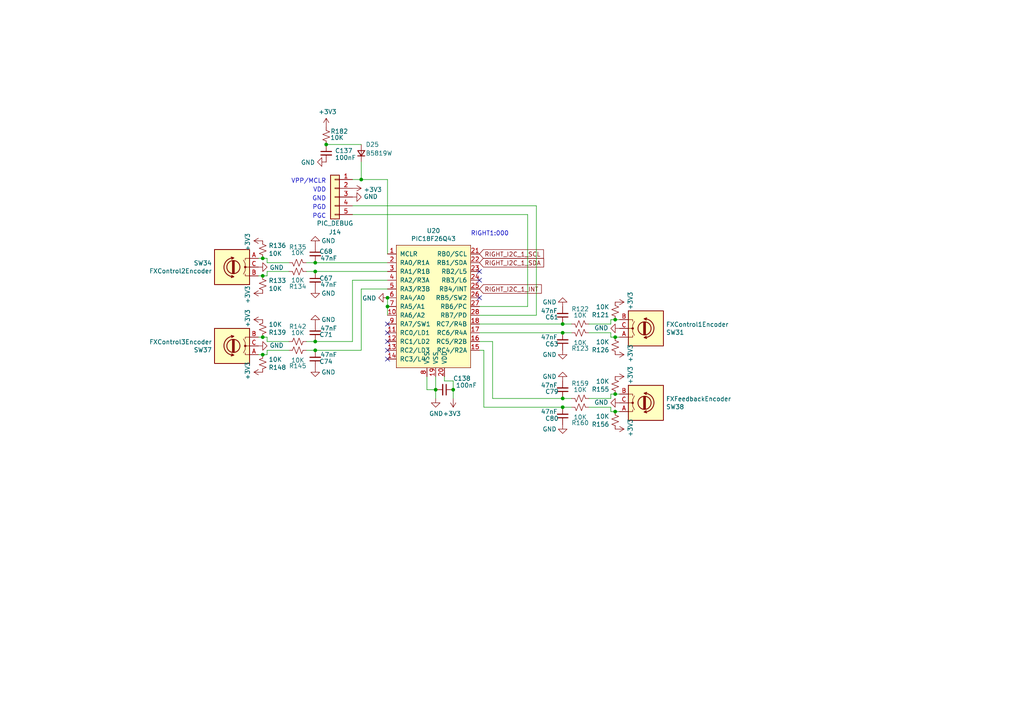
<source format=kicad_sch>
(kicad_sch (version 20210621) (generator eeschema)
  (paper "A4")
  (lib_symbols
    (symbol "Connector_Generic:Conn_01x05" (pin_names (offset 1.016) hide)
      (property "Reference" "J" (at 0 7.62 0))
      (property "Value" "Conn_01x05" (at 0 -7.62 0))
      (symbol "Conn_01x05_1_1"
        (rectangle (start -1.27 -4.953) (end 0 -5.207) (stroke (width 0.1524)))
        (rectangle (start -1.27 -2.413) (end 0 -2.667) (stroke (width 0.1524)))
        (rectangle (start -1.27 0.127) (end 0 -0.127) (stroke (width 0.1524)))
        (rectangle (start -1.27 2.667) (end 0 2.413) (stroke (width 0.1524)))
        (rectangle (start -1.27 5.207) (end 0 4.953) (stroke (width 0.1524)))
        (rectangle (start -1.27 6.35) (end 1.27 -6.35) (stroke (width 0.254)) (fill (type background)))
        (pin passive line (at -5.08 5.08 0) (length 3.81) (name "Pin_1") (number "1"))
        (pin passive line (at -5.08 2.54 0) (length 3.81) (name "Pin_2") (number "2"))
        (pin passive line (at -5.08 0 0) (length 3.81) (name "Pin_3") (number "3"))
        (pin passive line (at -5.08 -2.54 0) (length 3.81) (name "Pin_4") (number "4"))
        (pin passive line (at -5.08 -5.08 0) (length 3.81) (name "Pin_5") (number "5"))
      )
    )
    (symbol "Device:C_Small" (pin_numbers hide) (pin_names (offset 0.254) hide)
      (property "Reference" "C" (at 0.254 1.778 0))
      (property "Value" "C_Small" (at 0.254 -2.032 0))
      (symbol "C_Small_0_1"
        (polyline (pts (xy -1.524 -0.508) (xy 1.524 -0.508)) (stroke (width 0.3302)))
        (polyline (pts (xy -1.524 0.508) (xy 1.524 0.508)) (stroke (width 0.3048)))
      )
      (symbol "C_Small_1_1"
        (pin passive line (at 0 2.54 270) (length 2.032) (name "~") (number "1"))
        (pin passive line (at 0 -2.54 90) (length 2.032) (name "~") (number "2"))
      )
    )
    (symbol "Device:D_Small" (pin_numbers hide) (pin_names (offset 0.254) hide)
      (property "Reference" "D" (at -1.27 2.032 0))
      (property "Value" "D_Small" (at -3.81 -2.032 0))
      (symbol "D_Small_0_1"
        (polyline (pts (xy -0.762 -1.016) (xy -0.762 1.016)) (stroke (width 0.254)))
        (polyline (pts (xy -0.762 0) (xy 0.762 0)))
        (polyline (pts (xy 0.762 -1.016) (xy -0.762 0) (xy 0.762 1.016) (xy 0.762 -1.016)) (stroke (width 0.254)))
      )
      (symbol "D_Small_1_1"
        (pin passive line (at -2.54 0 0) (length 1.778) (name "K") (number "1"))
        (pin passive line (at 2.54 0 180) (length 1.778) (name "A") (number "2"))
      )
    )
    (symbol "Device:R_Small_US" (pin_numbers hide) (pin_names (offset 0.254) hide)
      (property "Reference" "R" (at 0.762 0.508 0))
      (property "Value" "R_Small_US" (at 0.762 -1.016 0))
      (symbol "R_Small_US_1_1"
        (polyline (pts (xy 0 0) (xy 1.016 -0.381) (xy 0 -0.762) (xy -1.016 -1.143) (xy 0 -1.524)))
        (polyline (pts (xy 0 1.524) (xy 1.016 1.143) (xy 0 0.762) (xy -1.016 0.381) (xy 0 0)))
        (pin passive line (at 0 2.54 270) (length 1.016) (name "~") (number "1"))
        (pin passive line (at 0 -2.54 90) (length 1.016) (name "~") (number "2"))
      )
    )
    (symbol "Device:RotaryEncoder" (pin_names (offset 0.254) hide)
      (property "Reference" "SW" (at 0 6.604 0))
      (property "Value" "RotaryEncoder" (at 0 -6.604 0))
      (symbol "RotaryEncoder_0_1"
        (arc (start -0.381 -2.794) (end -0.381 2.667) (radius (at -0.381 -0.0508) (length 2.7432) (angles -89.9 89.9)) (stroke (width 0.254)))
        (circle (center -0.381 0) (radius 1.905) (stroke (width 0.254)))
        (circle (center -3.81 0) (radius 0.254) (fill (type outline)))
        (rectangle (start -5.08 5.08) (end 5.08 -5.08) (stroke (width 0.254)) (fill (type background)))
        (polyline (pts (xy -0.635 -1.778) (xy -0.635 1.778)) (stroke (width 0.254)))
        (polyline (pts (xy -0.381 -1.778) (xy -0.381 1.778)) (stroke (width 0.254)))
        (polyline (pts (xy -0.127 1.778) (xy -0.127 -1.778)) (stroke (width 0.254)))
        (polyline (pts (xy -5.08 -2.54) (xy -3.81 -2.54) (xy -3.81 -2.032)))
        (polyline (pts (xy -5.08 2.54) (xy -3.81 2.54) (xy -3.81 2.032)))
        (polyline (pts (xy 0.254 -3.048) (xy -0.508 -2.794) (xy 0.127 -2.413)) (stroke (width 0.254)))
        (polyline (pts (xy 0.254 2.921) (xy -0.508 2.667) (xy 0.127 2.286)) (stroke (width 0.254)))
        (polyline (pts (xy -5.08 0) (xy -3.81 0) (xy -3.81 -1.016) (xy -3.302 -2.032)))
        (polyline (pts (xy -4.318 0) (xy -3.81 0) (xy -3.81 1.016) (xy -3.302 2.032)))
      )
      (symbol "RotaryEncoder_1_1"
        (pin passive line (at -7.62 2.54 0) (length 2.54) (name "A") (number "A"))
        (pin passive line (at -7.62 -2.54 0) (length 2.54) (name "B") (number "B"))
        (pin passive line (at -7.62 0 0) (length 2.54) (name "C") (number "C"))
      )
    )
    (symbol "PIC18F26Q43:PIC18F26Q43" (pin_names (offset 1.016))
      (property "Reference" "U" (at -6.35 -1.27 0))
      (property "Value" "PIC18F26Q43" (at -6.35 -3.81 0))
      (symbol "PIC18F26Q43_0_1"
        (rectangle (start -17.78 -6.35) (end 3.81 -41.91) (fill (type background)))
      )
      (symbol "PIC18F26Q43_1_1"
        (pin input line (at -20.32 -8.89 0) (length 2.54) (name "MCLR") (number "1"))
        (pin input line (at -20.32 -26.67 0) (length 2.54) (name "RA6/A2") (number "10"))
        (pin output line (at -20.32 -31.75 0) (length 2.54) (name "RC0/LD1") (number "11"))
        (pin output line (at -20.32 -34.29 0) (length 2.54) (name "RC1/LD2") (number "12"))
        (pin output line (at -20.32 -36.83 0) (length 2.54) (name "RC2/LD3") (number "13"))
        (pin output line (at -20.32 -39.37 0) (length 2.54) (name "RC3/L4") (number "14"))
        (pin input line (at 6.35 -36.83 180) (length 2.54) (name "RC4/R2A") (number "15"))
        (pin input line (at 6.35 -34.29 180) (length 2.54) (name "RC5/R2B") (number "16"))
        (pin input line (at 6.35 -31.75 180) (length 2.54) (name "RC6/R4A") (number "17"))
        (pin input line (at 6.35 -29.21 180) (length 2.54) (name "RC7/R4B") (number "18"))
        (pin power_in line (at -6.35 -44.45 90) (length 2.54) (name "VSS") (number "19"))
        (pin input line (at -20.32 -11.43 0) (length 2.54) (name "RA0/R1A") (number "2"))
        (pin power_in line (at -3.81 -44.45 90) (length 2.54) (name "VDD") (number "20"))
        (pin input line (at 6.35 -8.89 180) (length 2.54) (name "RB0/SCL") (number "21"))
        (pin bidirectional line (at 6.35 -11.43 180) (length 2.54) (name "RB1/SDA") (number "22"))
        (pin output line (at 6.35 -13.97 180) (length 2.54) (name "RB2/L5") (number "23"))
        (pin output line (at 6.35 -16.51 180) (length 2.54) (name "RB3/L6") (number "24"))
        (pin bidirectional line (at 6.35 -19.05 180) (length 2.54) (name "RB4/INT") (number "25"))
        (pin output line (at 6.35 -21.59 180) (length 2.54) (name "RB5/SW2") (number "26"))
        (pin input line (at 6.35 -24.13 180) (length 2.54) (name "RB6/PC") (number "27"))
        (pin input line (at 6.35 -26.67 180) (length 2.54) (name "RB7/PD") (number "28"))
        (pin input line (at -20.32 -13.97 0) (length 2.54) (name "RA1/R1B") (number "3"))
        (pin input line (at -20.32 -16.51 0) (length 2.54) (name "RA2/R3A") (number "4"))
        (pin input line (at -20.32 -19.05 0) (length 2.54) (name "RA3/R3B") (number "5"))
        (pin input line (at -20.32 -21.59 0) (length 2.54) (name "RA4/A0") (number "6"))
        (pin input line (at -20.32 -24.13 0) (length 2.54) (name "RA5/A1") (number "7"))
        (pin power_in line (at -8.89 -44.45 90) (length 2.54) (name "VSS") (number "8"))
        (pin input line (at -20.32 -29.21 0) (length 2.54) (name "RA7/SW1") (number "9"))
      )
    )
    (symbol "power:+3.3V" (power) (pin_names (offset 0))
      (property "Value" "+3.3V" (at 0 3.556 0))
      (symbol "+3.3V_0_1"
        (polyline (pts (xy -0.762 1.27) (xy 0 2.54)))
        (polyline (pts (xy 0 0) (xy 0 2.54)))
        (polyline (pts (xy 0 2.54) (xy 0.762 1.27)))
      )
      (symbol "+3.3V_1_1"
        (pin power_in line (at 0 0 90) (length 0) hide (name "+3V3") (number "1"))
      )
    )
    (symbol "power:GND" (power) (pin_names (offset 0))
      (property "Value" "GND" (at 0 -3.81 0))
      (symbol "GND_0_1"
        (polyline (pts (xy 0 0) (xy 0 -1.27) (xy 1.27 -1.27) (xy 0 -2.54) (xy -1.27 -1.27) (xy 0 -1.27)))
      )
      (symbol "GND_1_1"
        (pin power_in line (at 0 0 270) (length 0) hide (name "GND") (number "1"))
      )
    )
  )
  (junction (at 76.2 74.93))
  (junction (at 76.2 80.01))
  (junction (at 76.2 97.79))
  (junction (at 76.2 102.87))
  (junction (at 91.44 76.2))
  (junction (at 91.44 78.74))
  (junction (at 91.44 99.06))
  (junction (at 91.44 101.6))
  (junction (at 94.615 41.91))
  (junction (at 104.775 52.07))
  (junction (at 112.395 86.36))
  (junction (at 112.395 88.9))
  (junction (at 126.365 113.03))
  (junction (at 131.445 113.03))
  (junction (at 163.195 93.98))
  (junction (at 163.195 96.52))
  (junction (at 163.195 115.57))
  (junction (at 163.195 118.11))
  (junction (at 178.435 92.71))
  (junction (at 178.435 97.79))
  (junction (at 178.435 114.3))
  (junction (at 178.435 119.38))
  (no_connect (at 112.395 93.98))
  (no_connect (at 112.395 96.52))
  (no_connect (at 112.395 99.06))
  (no_connect (at 112.395 101.6))
  (no_connect (at 112.395 104.14))
  (no_connect (at 139.065 78.74))
  (no_connect (at 139.065 81.28))
  (no_connect (at 139.065 86.36))
  (wire (pts (xy 76.2 74.93) (xy 74.93 74.93)))
  (wire (pts (xy 76.2 80.01) (xy 74.93 80.01)))
  (wire (pts (xy 76.2 97.79) (xy 74.93 97.79)))
  (wire (pts (xy 76.2 102.87) (xy 74.93 102.87)))
  (wire (pts (xy 77.47 74.93) (xy 76.2 74.93)))
  (wire (pts (xy 77.47 74.93) (xy 77.47 76.2)))
  (wire (pts (xy 77.47 78.74) (xy 77.47 80.01)))
  (wire (pts (xy 77.47 80.01) (xy 76.2 80.01)))
  (wire (pts (xy 77.47 97.79) (xy 76.2 97.79)))
  (wire (pts (xy 77.47 99.06) (xy 77.47 97.79)))
  (wire (pts (xy 77.47 102.87) (xy 76.2 102.87)))
  (wire (pts (xy 77.47 102.87) (xy 77.47 101.6)))
  (wire (pts (xy 83.82 76.2) (xy 77.47 76.2)))
  (wire (pts (xy 83.82 78.74) (xy 77.47 78.74)))
  (wire (pts (xy 83.82 99.06) (xy 77.47 99.06)))
  (wire (pts (xy 83.82 101.6) (xy 77.47 101.6)))
  (wire (pts (xy 88.9 76.2) (xy 91.44 76.2)))
  (wire (pts (xy 88.9 78.74) (xy 91.44 78.74)))
  (wire (pts (xy 88.9 99.06) (xy 91.44 99.06)))
  (wire (pts (xy 88.9 101.6) (xy 91.44 101.6)))
  (wire (pts (xy 91.44 76.2) (xy 112.395 76.2)))
  (wire (pts (xy 91.44 78.74) (xy 112.395 78.74)))
  (wire (pts (xy 91.44 99.06) (xy 102.235 99.06)))
  (wire (pts (xy 91.44 101.6) (xy 104.775 101.6)))
  (wire (pts (xy 94.615 41.91) (xy 104.775 41.91)))
  (wire (pts (xy 102.235 52.07) (xy 104.775 52.07)))
  (wire (pts (xy 102.235 62.23) (xy 153.035 62.23)))
  (wire (pts (xy 102.235 81.28) (xy 102.235 99.06)))
  (wire (pts (xy 102.235 81.28) (xy 112.395 81.28)))
  (wire (pts (xy 104.775 52.07) (xy 104.775 46.99)))
  (wire (pts (xy 104.775 83.82) (xy 104.775 101.6)))
  (wire (pts (xy 112.395 52.07) (xy 104.775 52.07)))
  (wire (pts (xy 112.395 52.07) (xy 112.395 73.66)))
  (wire (pts (xy 112.395 83.82) (xy 104.775 83.82)))
  (wire (pts (xy 112.395 86.36) (xy 112.395 88.9)))
  (wire (pts (xy 112.395 88.9) (xy 112.395 91.44)))
  (wire (pts (xy 123.825 109.22) (xy 123.825 113.03)))
  (wire (pts (xy 123.825 113.03) (xy 126.365 113.03)))
  (wire (pts (xy 126.365 109.22) (xy 126.365 113.03)))
  (wire (pts (xy 126.365 113.03) (xy 126.365 115.57)))
  (wire (pts (xy 128.905 109.22) (xy 128.905 110.49)))
  (wire (pts (xy 131.445 110.49) (xy 128.905 110.49)))
  (wire (pts (xy 131.445 110.49) (xy 131.445 113.03)))
  (wire (pts (xy 131.445 115.57) (xy 131.445 113.03)))
  (wire (pts (xy 139.065 91.44) (xy 155.575 91.44)))
  (wire (pts (xy 139.065 93.98) (xy 163.195 93.98)))
  (wire (pts (xy 139.065 96.52) (xy 163.195 96.52)))
  (wire (pts (xy 139.065 99.06) (xy 142.875 99.06)))
  (wire (pts (xy 139.065 101.6) (xy 140.335 101.6)))
  (wire (pts (xy 140.335 101.6) (xy 140.335 118.11)))
  (wire (pts (xy 140.335 118.11) (xy 163.195 118.11)))
  (wire (pts (xy 142.875 99.06) (xy 142.875 115.57)))
  (wire (pts (xy 142.875 115.57) (xy 163.195 115.57)))
  (wire (pts (xy 153.035 62.23) (xy 153.035 88.9)))
  (wire (pts (xy 153.035 88.9) (xy 139.065 88.9)))
  (wire (pts (xy 155.575 59.69) (xy 102.235 59.69)))
  (wire (pts (xy 155.575 91.44) (xy 155.575 59.69)))
  (wire (pts (xy 165.735 93.98) (xy 163.195 93.98)))
  (wire (pts (xy 165.735 96.52) (xy 163.195 96.52)))
  (wire (pts (xy 165.735 115.57) (xy 163.195 115.57)))
  (wire (pts (xy 165.735 118.11) (xy 163.195 118.11)))
  (wire (pts (xy 170.815 93.98) (xy 177.165 93.98)))
  (wire (pts (xy 170.815 96.52) (xy 177.165 96.52)))
  (wire (pts (xy 170.815 115.57) (xy 177.165 115.57)))
  (wire (pts (xy 170.815 118.11) (xy 177.165 118.11)))
  (wire (pts (xy 177.165 92.71) (xy 178.435 92.71)))
  (wire (pts (xy 177.165 93.98) (xy 177.165 92.71)))
  (wire (pts (xy 177.165 97.79) (xy 177.165 96.52)))
  (wire (pts (xy 177.165 97.79) (xy 178.435 97.79)))
  (wire (pts (xy 177.165 114.3) (xy 178.435 114.3)))
  (wire (pts (xy 177.165 115.57) (xy 177.165 114.3)))
  (wire (pts (xy 177.165 119.38) (xy 177.165 118.11)))
  (wire (pts (xy 177.165 119.38) (xy 178.435 119.38)))
  (wire (pts (xy 178.435 92.71) (xy 179.705 92.71)))
  (wire (pts (xy 178.435 97.79) (xy 179.705 97.79)))
  (wire (pts (xy 178.435 114.3) (xy 179.705 114.3)))
  (wire (pts (xy 178.435 119.38) (xy 179.705 119.38)))
  (text "VPP/MCLR" (at 94.615 53.34 180) (effects (font (size 1.27 1.27)) (justify right bottom)))
  (text "VDD" (at 94.615 55.88 180) (effects (font (size 1.27 1.27)) (justify right bottom)))
  (text "GND" (at 94.615 58.42 180) (effects (font (size 1.27 1.27)) (justify right bottom)))
  (text "PGD" (at 94.615 60.96 180) (effects (font (size 1.27 1.27)) (justify right bottom)))
  (text "PGC" (at 94.615 63.5 180) (effects (font (size 1.27 1.27)) (justify right bottom)))
  (text "RIGHT1:000" (at 136.525 68.58 0) (effects (font (size 1.27 1.27)) (justify left bottom)))
  (global_label "RIGHT_I2C_1_SCL" (shape input) (at 139.065 73.66 0) (property "Intersheet References" "${INTERSHEET_REFS}" (effects hide)))
  (global_label "RIGHT_I2C_1_SDA" (shape input) (at 139.065 76.2 0) (property "Intersheet References" "${INTERSHEET_REFS}" (effects hide)))
  (global_label "RIGHT_I2C_1_INT" (shape input) (at 139.065 83.82 0) (property "Intersheet References" "${INTERSHEET_REFS}" (effects hide)))
  (symbol (lib_id "power:+3.3V") (at 76.2 69.85 90) (mirror x) (unit 1)
    (property "Reference" "#PWR0270" (effects hide))
    (property "Value" "+3.3V" (at 71.8058 70.231 0))
  )
  (symbol (lib_id "power:+3.3V") (at 76.2 85.09 90) (mirror x) (unit 1)
    (property "Reference" "#PWR0268" (effects hide))
    (property "Value" "+3.3V" (at 71.8058 85.471 0))
  )
  (symbol (lib_id "power:+3.3V") (at 76.2 92.71 90) (unit 1)
    (property "Reference" "#PWR0272" (effects hide))
    (property "Value" "+3.3V" (at 71.8058 92.329 0))
  )
  (symbol (lib_id "power:+3.3V") (at 76.2 107.95 90) (unit 1)
    (property "Reference" "#PWR0274" (effects hide))
    (property "Value" "+3.3V" (at 71.8058 107.569 0))
  )
  (symbol (lib_id "power:+3.3V") (at 94.615 36.83 0) (unit 1)
    (property "Reference" "#PWR0308" (effects hide))
    (property "Value" "+3.3V" (at 94.996 32.4358 0))
  )
  (symbol (lib_id "power:+3.3V") (at 102.235 54.61 270) (unit 1)
    (property "Reference" "#PWR0278" (effects hide))
    (property "Value" "+3.3V" (at 105.4862 54.991 90) (effects (justify left)))
  )
  (symbol (lib_id "power:+3.3V") (at 131.445 115.57 180) (unit 1)
    (property "Reference" "#PWR0276" (effects hide))
    (property "Value" "+3.3V" (at 131.064 119.9642 0))
  )
  (symbol (lib_id "power:+3.3V") (at 178.435 87.63 270) (mirror x) (unit 1)
    (property "Reference" "#PWR0264" (effects hide))
    (property "Value" "+3.3V" (at 182.8292 87.249 0))
  )
  (symbol (lib_id "power:+3.3V") (at 178.435 102.87 270) (mirror x) (unit 1)
    (property "Reference" "#PWR0266" (effects hide))
    (property "Value" "+3.3V" (at 182.8292 102.489 0))
  )
  (symbol (lib_id "power:+3.3V") (at 178.435 109.22 270) (mirror x) (unit 1)
    (property "Reference" "#PWR0426" (effects hide))
    (property "Value" "+3.3V" (at 182.8292 108.839 0))
  )
  (symbol (lib_id "power:+3.3V") (at 178.435 124.46 270) (mirror x) (unit 1)
    (property "Reference" "#PWR0428" (effects hide))
    (property "Value" "+3.3V" (at 182.8292 124.079 0))
  )
  (symbol (lib_id "power:GND") (at 74.93 77.47 90) (mirror x) (unit 1)
    (property "Reference" "#PWR0206" (effects hide))
    (property "Value" "GND" (at 78.1812 77.597 90) (effects (justify right)))
  )
  (symbol (lib_id "power:GND") (at 74.93 100.33 90) (unit 1)
    (property "Reference" "#PWR0215" (effects hide))
    (property "Value" "GND" (at 78.1812 100.203 90) (effects (justify right)))
  )
  (symbol (lib_id "power:GND") (at 91.44 71.12 0) (mirror x) (unit 1)
    (property "Reference" "#PWR0207" (effects hide))
    (property "Value" "GND" (at 95.25 69.85 0))
  )
  (symbol (lib_id "power:GND") (at 91.44 83.82 0) (mirror y) (unit 1)
    (property "Reference" "#PWR0203" (effects hide))
    (property "Value" "GND" (at 95.25 85.09 0))
  )
  (symbol (lib_id "power:GND") (at 91.44 93.98 180) (unit 1)
    (property "Reference" "#PWR0212" (effects hide))
    (property "Value" "GND" (at 95.25 92.71 0))
  )
  (symbol (lib_id "power:GND") (at 91.44 106.68 0) (unit 1)
    (property "Reference" "#PWR0219" (effects hide))
    (property "Value" "GND" (at 95.25 107.95 0))
  )
  (symbol (lib_id "power:GND") (at 94.615 46.99 270) (unit 1)
    (property "Reference" "#PWR0342" (effects hide))
    (property "Value" "GND" (at 91.3638 47.117 90) (effects (justify right)))
  )
  (symbol (lib_id "power:GND") (at 102.235 57.15 90) (unit 1)
    (property "Reference" "#PWR0340" (effects hide))
    (property "Value" "GND" (at 105.4862 57.023 90) (effects (justify right)))
  )
  (symbol (lib_id "power:GND") (at 112.395 86.36 270) (unit 1)
    (property "Reference" "#PWR0911" (effects hide))
    (property "Value" "GND" (at 109.1438 86.487 90) (effects (justify right)))
  )
  (symbol (lib_id "power:GND") (at 126.365 115.57 0) (unit 1)
    (property "Reference" "#PWR0275" (effects hide))
    (property "Value" "GND" (at 126.492 119.9642 0))
  )
  (symbol (lib_id "power:GND") (at 163.195 88.9 0) (mirror x) (unit 1)
    (property "Reference" "#PWR0192" (effects hide))
    (property "Value" "GND" (at 159.385 87.63 0))
  )
  (symbol (lib_id "power:GND") (at 163.195 101.6 0) (mirror y) (unit 1)
    (property "Reference" "#PWR0198" (effects hide))
    (property "Value" "GND" (at 159.385 102.87 0))
  )
  (symbol (lib_id "power:GND") (at 163.195 110.49 0) (mirror x) (unit 1)
    (property "Reference" "#PWR0380" (effects hide))
    (property "Value" "GND" (at 159.385 109.22 0))
  )
  (symbol (lib_id "power:GND") (at 163.195 123.19 0) (mirror y) (unit 1)
    (property "Reference" "#PWR0232" (effects hide))
    (property "Value" "GND" (at 159.385 124.46 0))
  )
  (symbol (lib_id "power:GND") (at 179.705 95.25 270) (mirror x) (unit 1)
    (property "Reference" "#PWR0194" (effects hide))
    (property "Value" "GND" (at 176.4538 95.123 90) (effects (justify right)))
  )
  (symbol (lib_id "power:GND") (at 179.705 116.84 270) (mirror x) (unit 1)
    (property "Reference" "#PWR0226" (effects hide))
    (property "Value" "GND" (at 176.4538 116.713 90) (effects (justify right)))
  )
  (symbol (lib_id "Device:R_Small_US") (at 76.2 72.39 180) (unit 1)
    (property "Reference" "R136" (at 77.9018 71.2216 0) (effects (justify right)))
    (property "Value" "10K" (at 77.9018 73.533 0) (effects (justify right)))
    (property "Footprint" "Resistor_SMD:R_0402_1005Metric" (effects hide))
    (property "LCSC" "C25744" (effects hide))
  )
  (symbol (lib_id "Device:R_Small_US") (at 76.2 82.55 180) (unit 1)
    (property "Reference" "R133" (at 77.9018 81.3816 0) (effects (justify right)))
    (property "Value" "10K" (at 77.9018 83.693 0) (effects (justify right)))
    (property "Footprint" "Resistor_SMD:R_0402_1005Metric" (effects hide))
    (property "LCSC" "C25744" (effects hide))
  )
  (symbol (lib_id "Device:R_Small_US") (at 76.2 95.25 0) (mirror y) (unit 1)
    (property "Reference" "R139" (at 77.9018 96.4184 0) (effects (justify right)))
    (property "Value" "10K" (at 77.9018 94.107 0) (effects (justify right)))
    (property "Footprint" "Resistor_SMD:R_0402_1005Metric" (effects hide))
    (property "LCSC" "C25744" (effects hide))
  )
  (symbol (lib_id "Device:R_Small_US") (at 76.2 105.41 0) (mirror y) (unit 1)
    (property "Reference" "R148" (at 77.9018 106.5784 0) (effects (justify right)))
    (property "Value" "10K" (at 77.9018 104.267 0) (effects (justify right)))
    (property "Footprint" "Resistor_SMD:R_0402_1005Metric" (effects hide))
    (property "LCSC" "C25744" (effects hide))
  )
  (symbol (lib_id "Device:R_Small_US") (at 86.36 76.2 90) (mirror x) (unit 1)
    (property "Reference" "R135" (at 86.36 72.39 90) (effects (justify bottom)))
    (property "Value" "10K" (at 86.36 73.3044 90))
    (property "Footprint" "Resistor_SMD:R_0402_1005Metric" (effects hide))
    (property "LCSC" "C25744" (effects hide))
  )
  (symbol (lib_id "Device:R_Small_US") (at 86.36 78.74 270) (mirror x) (unit 1)
    (property "Reference" "R134" (at 86.36 83.82 90) (effects (justify top)))
    (property "Value" "10K" (at 86.36 81.28 90))
    (property "Footprint" "Resistor_SMD:R_0402_1005Metric" (effects hide))
    (property "LCSC" "C25744" (effects hide))
  )
  (symbol (lib_id "Device:R_Small_US") (at 86.36 99.06 270) (unit 1)
    (property "Reference" "R142" (at 86.36 93.98 90) (effects (justify top)))
    (property "Value" "10K" (at 86.36 96.52 90))
    (property "Footprint" "Resistor_SMD:R_0402_1005Metric" (effects hide))
    (property "LCSC" "C25744" (effects hide))
  )
  (symbol (lib_id "Device:R_Small_US") (at 86.36 101.6 90) (unit 1)
    (property "Reference" "R145" (at 86.36 105.41 90) (effects (justify bottom)))
    (property "Value" "10K" (at 86.36 104.4956 90))
    (property "Footprint" "Resistor_SMD:R_0402_1005Metric" (effects hide))
    (property "LCSC" "C25744" (effects hide))
  )
  (symbol (lib_id "Device:R_Small_US") (at 94.615 39.37 180) (unit 1)
    (property "Reference" "R182" (at 100.965 38.1 0) (effects (justify left)))
    (property "Value" "10K" (at 99.695 40.64 0) (effects (justify left top)))
    (property "Footprint" "Resistor_SMD:R_0603_1608Metric" (effects hide))
    (property "LCSC" "C25804" (effects hide))
  )
  (symbol (lib_id "Device:R_Small_US") (at 168.275 93.98 90) (mirror x) (unit 1)
    (property "Reference" "R122" (at 168.275 88.9 90) (effects (justify top)))
    (property "Value" "10K" (at 168.275 91.44 90))
    (property "Footprint" "Resistor_SMD:R_0402_1005Metric" (effects hide))
    (property "LCSC" "C25744" (effects hide))
  )
  (symbol (lib_id "Device:R_Small_US") (at 168.275 96.52 270) (mirror x) (unit 1)
    (property "Reference" "R123" (at 168.275 100.33 90) (effects (justify bottom)))
    (property "Value" "10K" (at 168.275 99.4156 90))
    (property "Footprint" "Resistor_SMD:R_0402_1005Metric" (effects hide))
    (property "LCSC" "C25744" (effects hide))
  )
  (symbol (lib_id "Device:R_Small_US") (at 168.275 115.57 90) (mirror x) (unit 1)
    (property "Reference" "R159" (at 168.275 110.49 90) (effects (justify top)))
    (property "Value" "10K" (at 168.275 113.03 90))
    (property "Footprint" "Resistor_SMD:R_0402_1005Metric" (effects hide))
    (property "LCSC" "C25744" (effects hide))
  )
  (symbol (lib_id "Device:R_Small_US") (at 168.275 118.11 270) (mirror x) (unit 1)
    (property "Reference" "R160" (at 168.275 121.92 90) (effects (justify bottom)))
    (property "Value" "10K" (at 168.275 121.0056 90))
    (property "Footprint" "Resistor_SMD:R_0402_1005Metric" (effects hide))
    (property "LCSC" "C25744" (effects hide))
  )
  (symbol (lib_id "Device:R_Small_US") (at 178.435 90.17 0) (unit 1)
    (property "Reference" "R121" (at 176.7332 91.3384 0) (effects (justify right)))
    (property "Value" "10K" (at 176.7332 89.027 0) (effects (justify right)))
    (property "Footprint" "Resistor_SMD:R_0402_1005Metric" (effects hide))
    (property "LCSC" "C25744" (effects hide))
  )
  (symbol (lib_id "Device:R_Small_US") (at 178.435 100.33 0) (unit 1)
    (property "Reference" "R126" (at 176.7332 101.4984 0) (effects (justify right)))
    (property "Value" "10K" (at 176.7332 99.187 0) (effects (justify right)))
    (property "Footprint" "Resistor_SMD:R_0402_1005Metric" (effects hide))
    (property "LCSC" "C25744" (effects hide))
  )
  (symbol (lib_id "Device:R_Small_US") (at 178.435 111.76 0) (unit 1)
    (property "Reference" "R155" (at 176.7332 112.9284 0) (effects (justify right)))
    (property "Value" "10K" (at 176.7332 110.617 0) (effects (justify right)))
    (property "Footprint" "Resistor_SMD:R_0402_1005Metric" (effects hide))
    (property "LCSC" "C25744" (effects hide))
  )
  (symbol (lib_id "Device:R_Small_US") (at 178.435 121.92 0) (unit 1)
    (property "Reference" "R156" (at 176.7332 123.0884 0) (effects (justify right)))
    (property "Value" "10K" (at 176.7332 120.777 0) (effects (justify right)))
    (property "Footprint" "Resistor_SMD:R_0402_1005Metric" (effects hide))
    (property "LCSC" "C25744" (effects hide))
  )
  (symbol (lib_id "Device:D_Small") (at 104.775 44.45 90) (unit 1)
    (property "Reference" "D25" (at 106.045 41.91 90) (effects (justify right)))
    (property "Value" "B5819W" (at 106.045 44.45 90) (effects (justify right)))
    (property "Footprint" "Diode_SMD:D_SOD-123" (effects hide))
    (property "LCSC" "C8598" (effects hide))
  )
  (symbol (lib_id "Device:C_Small") (at 91.44 73.66 0) (unit 1)
    (property "Reference" "C68" (at 96.52 73.66 0) (effects (justify right bottom)))
    (property "Value" "47nF" (at 97.79 74.93 0) (effects (justify right)))
    (property "Footprint" "Capacitor_SMD:C_0603_1608Metric" (effects hide))
    (property "LCSC" "C1622" (effects hide))
  )
  (symbol (lib_id "Device:C_Small") (at 91.44 81.28 0) (unit 1)
    (property "Reference" "C67" (at 96.52 80.01 0) (effects (justify right top)))
    (property "Value" "47nF" (at 97.79 82.55 0) (effects (justify right)))
    (property "Footprint" "Capacitor_SMD:C_0603_1608Metric" (effects hide))
    (property "LCSC" "C1622" (effects hide))
  )
  (symbol (lib_id "Device:C_Small") (at 91.44 96.52 0) (mirror x) (unit 1)
    (property "Reference" "C71" (at 96.52 97.79 0) (effects (justify right top)))
    (property "Value" "47nF" (at 97.79 95.25 0) (effects (justify right)))
    (property "Footprint" "Capacitor_SMD:C_0603_1608Metric" (effects hide))
    (property "LCSC" "C1622" (effects hide))
  )
  (symbol (lib_id "Device:C_Small") (at 91.44 104.14 0) (mirror x) (unit 1)
    (property "Reference" "C74" (at 96.52 104.14 0) (effects (justify right bottom)))
    (property "Value" "47nF" (at 97.79 102.87 0) (effects (justify right)))
    (property "Footprint" "Capacitor_SMD:C_0603_1608Metric" (effects hide))
    (property "LCSC" "C1622" (effects hide))
  )
  (symbol (lib_id "Device:C_Small") (at 94.615 44.45 0) (unit 1)
    (property "Reference" "C137" (at 97.155 44.45 0) (effects (justify left bottom)))
    (property "Value" "100nF" (at 97.155 45.72 0) (effects (justify left)))
    (property "Footprint" "Capacitor_SMD:C_0402_1005Metric" (effects hide))
    (property "LCSC" "C1525" (effects hide))
  )
  (symbol (lib_id "Device:C_Small") (at 128.905 113.03 270) (unit 1)
    (property "Reference" "C138" (at 133.985 110.49 90) (effects (justify bottom)))
    (property "Value" "100nF" (at 135.255 111.76 90))
    (property "Footprint" "Capacitor_SMD:C_0402_1005Metric" (effects hide))
    (property "LCSC" "C1525" (effects hide))
  )
  (symbol (lib_id "Device:C_Small") (at 163.195 91.44 180) (unit 1)
    (property "Reference" "C61" (at 158.115 92.71 0) (effects (justify right top)))
    (property "Value" "47nF" (at 156.845 90.17 0) (effects (justify right)))
    (property "Footprint" "Capacitor_SMD:C_0603_1608Metric" (effects hide))
    (property "LCSC" "C1622" (effects hide))
  )
  (symbol (lib_id "Device:C_Small") (at 163.195 99.06 180) (unit 1)
    (property "Reference" "C63" (at 158.115 99.06 0) (effects (justify right bottom)))
    (property "Value" "47nF" (at 156.845 97.79 0) (effects (justify right)))
    (property "Footprint" "Capacitor_SMD:C_0603_1608Metric" (effects hide))
    (property "LCSC" "C1622" (effects hide))
  )
  (symbol (lib_id "Device:C_Small") (at 163.195 113.03 180) (unit 1)
    (property "Reference" "C79" (at 158.115 114.3 0) (effects (justify right top)))
    (property "Value" "47nF" (at 156.845 111.76 0) (effects (justify right)))
    (property "Footprint" "Capacitor_SMD:C_0603_1608Metric" (effects hide))
    (property "LCSC" "C1622" (effects hide))
  )
  (symbol (lib_id "Device:C_Small") (at 163.195 120.65 180) (unit 1)
    (property "Reference" "C80" (at 158.115 120.65 0) (effects (justify right bottom)))
    (property "Value" "47nF" (at 156.845 119.38 0) (effects (justify right)))
    (property "Footprint" "Capacitor_SMD:C_0603_1608Metric" (effects hide))
    (property "LCSC" "C1622" (effects hide))
  )
  (symbol (lib_id "Connector_Generic:Conn_01x05") (at 97.155 57.15 0) (mirror y) (unit 1)
    (property "Reference" "J14" (at 97.155 67.31 0))
    (property "Value" "PIC_DEBUG" (at 97.155 64.77 0))
    (property "Footprint" "Connector_PinHeader_1.27mm:PinHeader_1x05_P1.27mm_Vertical" (effects hide))
  )
  (symbol (lib_id "Device:RotaryEncoder") (at 67.31 77.47 0) (mirror y) (unit 1)
    (property "Reference" "SW34" (at 61.468 76.3016 0) (effects (justify left)))
    (property "Value" "FXControl2Encoder" (at 61.468 78.613 0) (effects (justify left)))
    (property "Footprint" "PEC11R:PEC11R-4x15F-N0024" (effects hide))
  )
  (symbol (lib_id "Device:RotaryEncoder") (at 67.31 100.33 180) (unit 1)
    (property "Reference" "SW37" (at 61.468 101.4984 0) (effects (justify left)))
    (property "Value" "FXControl3Encoder" (at 61.468 99.187 0) (effects (justify left)))
    (property "Footprint" "PEC11R:PEC11R-4x15F-N0024" (effects hide))
  )
  (symbol (lib_id "Device:RotaryEncoder") (at 187.325 95.25 0) (mirror x) (unit 1)
    (property "Reference" "SW31" (at 193.167 96.4184 0) (effects (justify left)))
    (property "Value" "FXControl1Encoder" (at 193.167 94.107 0) (effects (justify left)))
    (property "Footprint" "PEC11R:PEC11R-4x15F-N0024" (effects hide))
  )
  (symbol (lib_id "Device:RotaryEncoder") (at 187.325 116.84 0) (mirror x) (unit 1)
    (property "Reference" "SW38" (at 193.167 118.0084 0) (effects (justify left)))
    (property "Value" "FXFeedbackEncoder" (at 193.167 115.697 0) (effects (justify left)))
    (property "Footprint" "PEC11R:PEC11R-4x15F-N0024" (effects hide))
  )
  (symbol (lib_id "PIC18F26Q43:PIC18F26Q43") (at 132.715 64.77 0) (unit 1)
    (property "Reference" "U20" (at 125.73 66.929 0))
    (property "Value" "PIC18F26Q43" (at 125.73 69.2404 0))
    (property "Footprint" "Package_SO:SSOP-28_5.3x10.2mm_P0.65mm" (effects hide))
  )
)
</source>
